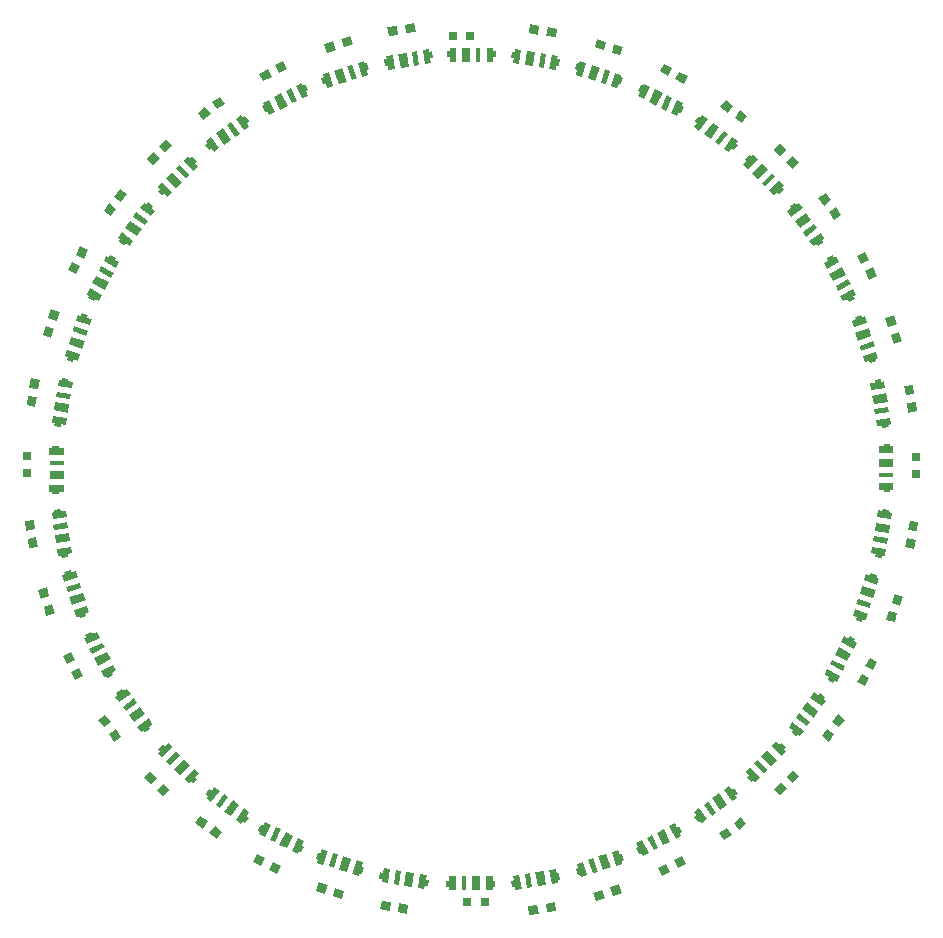
<source format=gbr>
G04 #@! TF.GenerationSoftware,KiCad,Pcbnew,(5.1.5)-3*
G04 #@! TF.CreationDate,2020-06-24T07:37:59+02:00*
G04 #@! TF.ProjectId,Ring80,52696e67-3830-42e6-9b69-6361645f7063,V0.1*
G04 #@! TF.SameCoordinates,Original*
G04 #@! TF.FileFunction,Paste,Top*
G04 #@! TF.FilePolarity,Positive*
%FSLAX46Y46*%
G04 Gerber Fmt 4.6, Leading zero omitted, Abs format (unit mm)*
G04 Created by KiCad (PCBNEW (5.1.5)-3) date 2020-06-24 07:37:59*
%MOMM*%
%LPD*%
G04 APERTURE LIST*
%ADD10C,0.100000*%
%ADD11R,1.200000X0.450000*%
%ADD12R,1.200000X0.700000*%
%ADD13R,0.450000X1.200000*%
%ADD14R,0.700000X1.200000*%
%ADD15R,0.750000X0.800000*%
%ADD16R,0.800000X0.750000*%
G04 APERTURE END LIST*
D10*
G36*
X125479106Y-149317263D02*
G01*
X124872344Y-148876424D01*
X125342572Y-148229211D01*
X125949334Y-148670050D01*
X125479106Y-149317263D01*
G37*
G36*
X124597428Y-150530789D02*
G01*
X123990666Y-150089950D01*
X124460894Y-149442737D01*
X125067656Y-149883576D01*
X124597428Y-150530789D01*
G37*
G36*
X63612344Y-149903576D02*
G01*
X64219106Y-149462737D01*
X64689334Y-150109950D01*
X64082572Y-150550789D01*
X63612344Y-149903576D01*
G37*
G36*
X62730666Y-148690050D02*
G01*
X63337428Y-148249211D01*
X63807656Y-148896424D01*
X63200894Y-149337263D01*
X62730666Y-148690050D01*
G37*
G36*
X87843942Y-93564246D02*
G01*
X87300713Y-93650284D01*
X87238140Y-93255209D01*
X87015910Y-93290407D01*
X86929871Y-92747178D01*
X87152101Y-92711981D01*
X87112992Y-92465058D01*
X87656221Y-92379020D01*
X87843942Y-93564246D01*
G37*
G36*
X88337787Y-93486028D02*
G01*
X88150065Y-92300802D01*
X88841447Y-92191298D01*
X89029169Y-93376524D01*
X88337787Y-93486028D01*
G37*
G36*
X90781856Y-92137084D02*
G01*
X91004086Y-92101886D01*
X91090125Y-92645114D01*
X90867895Y-92680312D01*
X90930469Y-93075388D01*
X90387240Y-93161426D01*
X90199519Y-91976200D01*
X90742748Y-91890162D01*
X90781856Y-92137084D01*
G37*
G36*
X89473628Y-93306129D02*
G01*
X89285906Y-92120903D01*
X89730366Y-92050507D01*
X89918088Y-93235733D01*
X89473628Y-93306129D01*
G37*
G36*
X61721966Y-116181211D02*
G01*
X60580698Y-115810391D01*
X60719756Y-115382415D01*
X61861024Y-115753235D01*
X61721966Y-116181211D01*
G37*
G36*
X61274263Y-114484837D02*
G01*
X61343792Y-114270849D01*
X61866873Y-114440808D01*
X61797344Y-114654796D01*
X62177767Y-114778403D01*
X62007807Y-115301484D01*
X60866539Y-114930663D01*
X61036499Y-114407582D01*
X61274263Y-114484837D01*
G37*
G36*
X61366597Y-117274926D02*
G01*
X60225329Y-116904106D01*
X60441641Y-116238366D01*
X61582909Y-116609186D01*
X61366597Y-117274926D01*
G37*
G36*
X61212089Y-117750455D02*
G01*
X61042129Y-118273536D01*
X60661707Y-118149929D01*
X60592178Y-118363917D01*
X60069097Y-118193957D01*
X60138626Y-117979970D01*
X59900861Y-117902715D01*
X60070821Y-117379634D01*
X61212089Y-117750455D01*
G37*
G36*
X118906637Y-103215165D02*
G01*
X119755165Y-102366637D01*
X120073363Y-102684835D01*
X119224835Y-103533363D01*
X118906637Y-103215165D01*
G37*
G36*
X120621372Y-103586397D02*
G01*
X120780471Y-103745496D01*
X120391562Y-104134405D01*
X120232463Y-103975306D01*
X119949620Y-104258148D01*
X119560712Y-103869240D01*
X120409240Y-103020712D01*
X120798148Y-103409620D01*
X120621372Y-103586397D01*
G37*
G36*
X118093465Y-102401993D02*
G01*
X118941993Y-101553465D01*
X119436967Y-102048439D01*
X118588439Y-102896967D01*
X118093465Y-102401993D01*
G37*
G36*
X117739911Y-102048439D02*
G01*
X117351003Y-101659531D01*
X117633845Y-101376688D01*
X117474746Y-101217589D01*
X117863655Y-100828680D01*
X118022754Y-100987779D01*
X118199531Y-100811003D01*
X118588439Y-101199911D01*
X117739911Y-102048439D01*
G37*
G36*
X84199609Y-94509302D02*
G01*
X83828789Y-93368034D01*
X84256765Y-93228976D01*
X84627585Y-94370244D01*
X84199609Y-94509302D01*
G37*
G36*
X85308852Y-93149998D02*
G01*
X85522839Y-93080469D01*
X85692799Y-93603550D01*
X85478811Y-93673079D01*
X85602418Y-94053501D01*
X85079337Y-94223461D01*
X84708516Y-93082193D01*
X85231597Y-92912233D01*
X85308852Y-93149998D01*
G37*
G36*
X83105894Y-94864671D02*
G01*
X82735074Y-93723403D01*
X83400814Y-93507091D01*
X83771634Y-94648359D01*
X83105894Y-94864671D01*
G37*
G36*
X82630366Y-95019179D02*
G01*
X82107285Y-95189139D01*
X81983678Y-94808716D01*
X81769690Y-94878245D01*
X81599731Y-94355164D01*
X81813719Y-94285635D01*
X81736464Y-94047871D01*
X82259545Y-93877911D01*
X82630366Y-95019179D01*
G37*
G36*
X79171072Y-96501658D02*
G01*
X78626283Y-95432450D01*
X79027236Y-95228154D01*
X79572025Y-96297362D01*
X79171072Y-96501658D01*
G37*
G36*
X80054016Y-94985565D02*
G01*
X80254493Y-94883417D01*
X80504187Y-95373471D01*
X80303711Y-95475619D01*
X80485307Y-95832022D01*
X79995254Y-96081716D01*
X79450465Y-95012508D01*
X79940518Y-94762814D01*
X80054016Y-94985565D01*
G37*
G36*
X78146415Y-97023747D02*
G01*
X77601626Y-95954539D01*
X78225331Y-95636745D01*
X78770120Y-96705953D01*
X78146415Y-97023747D01*
G37*
G36*
X77700911Y-97250743D02*
G01*
X77210858Y-97500437D01*
X77029261Y-97144035D01*
X76828785Y-97246183D01*
X76579090Y-96756129D01*
X76779567Y-96653981D01*
X76666069Y-96431229D01*
X77156122Y-96181535D01*
X77700911Y-97250743D01*
G37*
G36*
X74339884Y-99325183D02*
G01*
X73634542Y-98354362D01*
X73998600Y-98089859D01*
X74703942Y-99060680D01*
X74339884Y-99325183D01*
G37*
G36*
X74974789Y-97689633D02*
G01*
X75156818Y-97557381D01*
X75480100Y-98002341D01*
X75298071Y-98134592D01*
X75533185Y-98458199D01*
X75088225Y-98781481D01*
X74382883Y-97810661D01*
X74827843Y-97487379D01*
X74974789Y-97689633D01*
G37*
G36*
X73409515Y-100001135D02*
G01*
X72704173Y-99030315D01*
X73270485Y-98618865D01*
X73975827Y-99589685D01*
X73409515Y-100001135D01*
G37*
G36*
X73005007Y-100295028D02*
G01*
X72560047Y-100618310D01*
X72324933Y-100294703D01*
X72142905Y-100426955D01*
X71819623Y-99981996D01*
X72001651Y-99849744D01*
X71854705Y-99647490D01*
X72299665Y-99324208D01*
X73005007Y-100295028D01*
G37*
G36*
X70174784Y-102843744D02*
G01*
X69326256Y-101995216D01*
X69644454Y-101677018D01*
X70492982Y-102525546D01*
X70174784Y-102843744D01*
G37*
G36*
X70546016Y-101129009D02*
G01*
X70705115Y-100969910D01*
X71094024Y-101358819D01*
X70934925Y-101517918D01*
X71217767Y-101800761D01*
X70828859Y-102189669D01*
X69980331Y-101341141D01*
X70369239Y-100952233D01*
X70546016Y-101129009D01*
G37*
G36*
X69361612Y-103656916D02*
G01*
X68513084Y-102808388D01*
X69008058Y-102313414D01*
X69856586Y-103161942D01*
X69361612Y-103656916D01*
G37*
G36*
X69008058Y-104010470D02*
G01*
X68619150Y-104399378D01*
X68336307Y-104116536D01*
X68177208Y-104275635D01*
X67788299Y-103886726D01*
X67947398Y-103727627D01*
X67770622Y-103550850D01*
X68159530Y-103161942D01*
X69008058Y-104010470D01*
G37*
G36*
X66685219Y-106798839D02*
G01*
X65714398Y-106093497D01*
X65978901Y-105729439D01*
X66949722Y-106434781D01*
X66685219Y-106798839D01*
G37*
G36*
X66783636Y-105047142D02*
G01*
X66915888Y-104865114D01*
X67360847Y-105188396D01*
X67228595Y-105370424D01*
X67552202Y-105605538D01*
X67228920Y-106050498D01*
X66258100Y-105345156D01*
X66581382Y-104900196D01*
X66783636Y-105047142D01*
G37*
G36*
X66009266Y-107729208D02*
G01*
X65038446Y-107023866D01*
X65449896Y-106457554D01*
X66420716Y-107162896D01*
X66009266Y-107729208D01*
G37*
G36*
X65715373Y-108133716D02*
G01*
X65392091Y-108578676D01*
X65068484Y-108343562D01*
X64936233Y-108525591D01*
X64491273Y-108202309D01*
X64623525Y-108020280D01*
X64421271Y-107873334D01*
X64744553Y-107428374D01*
X65715373Y-108133716D01*
G37*
G36*
X63837550Y-111243717D02*
G01*
X62768342Y-110698928D01*
X62972638Y-110297975D01*
X64041846Y-110842764D01*
X63837550Y-111243717D01*
G37*
G36*
X63660730Y-109498191D02*
G01*
X63762878Y-109297714D01*
X64252932Y-109547409D01*
X64150784Y-109747885D01*
X64507186Y-109929482D01*
X64257492Y-110419535D01*
X63188284Y-109874746D01*
X63437978Y-109384693D01*
X63660730Y-109498191D01*
G37*
G36*
X63315461Y-112268374D02*
G01*
X62246253Y-111723585D01*
X62564047Y-111099880D01*
X63633255Y-111644669D01*
X63315461Y-112268374D01*
G37*
G36*
X63088465Y-112713878D02*
G01*
X62838771Y-113203931D01*
X62482368Y-113022335D01*
X62380220Y-113222811D01*
X61890166Y-112973117D01*
X61992314Y-112772640D01*
X61769563Y-112659142D01*
X62019257Y-112169089D01*
X63088465Y-112713878D01*
G37*
G36*
X60339097Y-121534094D02*
G01*
X59153871Y-121346372D01*
X59224267Y-120901912D01*
X60409493Y-121089634D01*
X60339097Y-121534094D01*
G37*
G36*
X59631535Y-119928640D02*
G01*
X59666732Y-119706410D01*
X60209961Y-119792449D01*
X60174763Y-120014679D01*
X60569838Y-120077252D01*
X60483800Y-120620481D01*
X59298574Y-120432760D01*
X59384612Y-119889531D01*
X59631535Y-119928640D01*
G37*
G36*
X60159198Y-122669935D02*
G01*
X58973972Y-122482213D01*
X59083476Y-121790831D01*
X60268702Y-121978553D01*
X60159198Y-122669935D01*
G37*
G36*
X60080980Y-123163779D02*
G01*
X59994942Y-123707008D01*
X59599866Y-123644434D01*
X59564668Y-123866664D01*
X59021440Y-123780625D01*
X59056638Y-123558395D01*
X58809716Y-123519287D01*
X58895754Y-122976058D01*
X60080980Y-123163779D01*
G37*
D11*
X59210000Y-126950000D03*
D10*
G36*
X58860000Y-125700000D02*
G01*
X58860000Y-125475000D01*
X59410000Y-125475000D01*
X59410000Y-125700000D01*
X59810000Y-125700000D01*
X59810000Y-126250000D01*
X58610000Y-126250000D01*
X58610000Y-125700000D01*
X58860000Y-125700000D01*
G37*
D12*
X59210000Y-127975000D03*
D10*
G36*
X59810000Y-128825000D02*
G01*
X59810000Y-129375000D01*
X59410000Y-129375000D01*
X59410000Y-129600000D01*
X58860000Y-129600000D01*
X58860000Y-129375000D01*
X58610000Y-129375000D01*
X58610000Y-128825000D01*
X59810000Y-128825000D01*
G37*
G36*
X60206129Y-132426372D02*
G01*
X59020903Y-132614094D01*
X58950507Y-132169634D01*
X60135733Y-131981912D01*
X60206129Y-132426372D01*
G37*
G36*
X59037084Y-131118144D02*
G01*
X59001886Y-130895914D01*
X59545114Y-130809875D01*
X59580312Y-131032105D01*
X59975388Y-130969531D01*
X60061426Y-131512760D01*
X58876200Y-131700481D01*
X58790162Y-131157252D01*
X59037084Y-131118144D01*
G37*
G36*
X60386028Y-133562213D02*
G01*
X59200802Y-133749935D01*
X59091298Y-133058553D01*
X60276524Y-132870831D01*
X60386028Y-133562213D01*
G37*
G36*
X60464246Y-134056058D02*
G01*
X60550284Y-134599287D01*
X60155209Y-134661860D01*
X60190407Y-134884090D01*
X59647178Y-134970129D01*
X59611981Y-134747899D01*
X59365058Y-134787008D01*
X59279020Y-134243779D01*
X60464246Y-134056058D01*
G37*
G36*
X61309302Y-137490391D02*
G01*
X60168034Y-137861211D01*
X60028976Y-137433235D01*
X61170244Y-137062415D01*
X61309302Y-137490391D01*
G37*
G36*
X59949998Y-136381148D02*
G01*
X59880469Y-136167161D01*
X60403550Y-135997201D01*
X60473079Y-136211189D01*
X60853501Y-136087582D01*
X61023461Y-136610663D01*
X59882193Y-136981484D01*
X59712233Y-136458403D01*
X59949998Y-136381148D01*
G37*
G36*
X61664671Y-138584106D02*
G01*
X60523403Y-138954926D01*
X60307091Y-138289186D01*
X61448359Y-137918366D01*
X61664671Y-138584106D01*
G37*
G36*
X61819179Y-139059634D02*
G01*
X61989139Y-139582715D01*
X61608716Y-139706322D01*
X61678245Y-139920310D01*
X61155164Y-140090269D01*
X61085635Y-139876281D01*
X60847871Y-139953536D01*
X60677911Y-139430455D01*
X61819179Y-139059634D01*
G37*
G36*
X63271658Y-142548928D02*
G01*
X62202450Y-143093717D01*
X61998154Y-142692764D01*
X63067362Y-142147975D01*
X63271658Y-142548928D01*
G37*
G36*
X61755565Y-141665984D02*
G01*
X61653417Y-141465507D01*
X62143471Y-141215813D01*
X62245619Y-141416289D01*
X62602022Y-141234693D01*
X62851716Y-141724746D01*
X61782508Y-142269535D01*
X61532814Y-141779482D01*
X61755565Y-141665984D01*
G37*
G36*
X63793747Y-143573585D02*
G01*
X62724539Y-144118374D01*
X62406745Y-143494669D01*
X63475953Y-142949880D01*
X63793747Y-143573585D01*
G37*
G36*
X64020743Y-144019089D02*
G01*
X64270437Y-144509142D01*
X63914035Y-144690739D01*
X64016183Y-144891215D01*
X63526129Y-145140910D01*
X63423981Y-144940433D01*
X63201229Y-145053931D01*
X62951535Y-144563878D01*
X64020743Y-144019089D01*
G37*
G36*
X66037662Y-147239358D02*
G01*
X65066841Y-147944700D01*
X64802338Y-147580642D01*
X65773159Y-146875300D01*
X66037662Y-147239358D01*
G37*
G36*
X64402112Y-146604453D02*
G01*
X64269860Y-146422424D01*
X64714820Y-146099142D01*
X64847071Y-146281171D01*
X65170678Y-146046057D01*
X65493960Y-146491017D01*
X64523140Y-147196359D01*
X64199858Y-146751399D01*
X64402112Y-146604453D01*
G37*
G36*
X66713614Y-148169727D02*
G01*
X65742794Y-148875069D01*
X65331344Y-148308757D01*
X66302164Y-147603415D01*
X66713614Y-148169727D01*
G37*
G36*
X67007507Y-148574235D02*
G01*
X67330789Y-149019195D01*
X67007182Y-149254309D01*
X67139434Y-149436337D01*
X66694475Y-149759619D01*
X66562223Y-149577591D01*
X66359969Y-149724537D01*
X66036687Y-149279577D01*
X67007507Y-148574235D01*
G37*
G36*
X69683363Y-151664835D02*
G01*
X68834835Y-152513363D01*
X68516637Y-152195165D01*
X69365165Y-151346637D01*
X69683363Y-151664835D01*
G37*
G36*
X67968628Y-151293603D02*
G01*
X67809529Y-151134504D01*
X68198438Y-150745595D01*
X68357537Y-150904694D01*
X68640380Y-150621852D01*
X69029288Y-151010760D01*
X68180760Y-151859288D01*
X67791852Y-151470380D01*
X67968628Y-151293603D01*
G37*
G36*
X70496535Y-152478007D02*
G01*
X69648007Y-153326535D01*
X69153033Y-152831561D01*
X70001561Y-151983033D01*
X70496535Y-152478007D01*
G37*
G36*
X70850089Y-152831561D02*
G01*
X71238997Y-153220469D01*
X70956155Y-153503312D01*
X71115254Y-153662411D01*
X70726345Y-154051320D01*
X70567246Y-153892221D01*
X70390469Y-154068997D01*
X70001561Y-153680089D01*
X70850089Y-152831561D01*
G37*
G36*
X73758839Y-155224781D02*
G01*
X73053497Y-156195602D01*
X72689439Y-155931099D01*
X73394781Y-154960278D01*
X73758839Y-155224781D01*
G37*
G36*
X72007142Y-155126364D02*
G01*
X71825114Y-154994112D01*
X72148396Y-154549153D01*
X72330424Y-154681405D01*
X72565538Y-154357798D01*
X73010498Y-154681080D01*
X72305156Y-155651900D01*
X71860196Y-155328618D01*
X72007142Y-155126364D01*
G37*
G36*
X74689208Y-155900734D02*
G01*
X73983866Y-156871554D01*
X73417554Y-156460104D01*
X74122896Y-155489284D01*
X74689208Y-155900734D01*
G37*
G36*
X75093716Y-156194627D02*
G01*
X75538676Y-156517909D01*
X75303562Y-156841516D01*
X75485591Y-156973767D01*
X75162309Y-157418727D01*
X74980280Y-157286475D01*
X74833334Y-157488729D01*
X74388374Y-157165447D01*
X75093716Y-156194627D01*
G37*
G36*
X78213717Y-157972450D02*
G01*
X77668928Y-159041658D01*
X77267975Y-158837362D01*
X77812764Y-157768154D01*
X78213717Y-157972450D01*
G37*
G36*
X76468191Y-158149270D02*
G01*
X76267714Y-158047122D01*
X76517409Y-157557068D01*
X76717885Y-157659216D01*
X76899482Y-157302814D01*
X77389535Y-157552508D01*
X76844746Y-158621716D01*
X76354693Y-158372022D01*
X76468191Y-158149270D01*
G37*
G36*
X79238374Y-158494539D02*
G01*
X78693585Y-159563747D01*
X78069880Y-159245953D01*
X78614669Y-158176745D01*
X79238374Y-158494539D01*
G37*
G36*
X79683878Y-158721535D02*
G01*
X80173931Y-158971229D01*
X79992335Y-159327632D01*
X80192811Y-159429780D01*
X79943117Y-159919834D01*
X79742640Y-159817686D01*
X79629142Y-160040437D01*
X79139089Y-159790743D01*
X79683878Y-158721535D01*
G37*
G36*
X83061211Y-160088034D02*
G01*
X82690391Y-161229302D01*
X82262415Y-161090244D01*
X82633235Y-159948976D01*
X83061211Y-160088034D01*
G37*
G36*
X81364837Y-160535737D02*
G01*
X81150849Y-160466208D01*
X81320808Y-159943127D01*
X81534796Y-160012656D01*
X81658403Y-159632233D01*
X82181484Y-159802193D01*
X81810663Y-160943461D01*
X81287582Y-160773501D01*
X81364837Y-160535737D01*
G37*
G36*
X84154926Y-160443403D02*
G01*
X83784106Y-161584671D01*
X83118366Y-161368359D01*
X83489186Y-160227091D01*
X84154926Y-160443403D01*
G37*
G36*
X84630455Y-160597911D02*
G01*
X85153536Y-160767871D01*
X85029929Y-161148293D01*
X85243917Y-161217822D01*
X85073957Y-161740903D01*
X84859970Y-161671374D01*
X84782715Y-161909139D01*
X84259634Y-161739179D01*
X84630455Y-160597911D01*
G37*
G36*
X88374094Y-161470903D02*
G01*
X88186372Y-162656129D01*
X87741912Y-162585733D01*
X87929634Y-161400507D01*
X88374094Y-161470903D01*
G37*
G36*
X86768640Y-162178465D02*
G01*
X86546410Y-162143268D01*
X86632449Y-161600039D01*
X86854679Y-161635237D01*
X86917252Y-161240162D01*
X87460481Y-161326200D01*
X87272760Y-162511426D01*
X86729531Y-162425388D01*
X86768640Y-162178465D01*
G37*
G36*
X89509935Y-161650802D02*
G01*
X89322213Y-162836028D01*
X88630831Y-162726524D01*
X88818553Y-161541298D01*
X89509935Y-161650802D01*
G37*
G36*
X90003779Y-161729020D02*
G01*
X90547008Y-161815058D01*
X90484434Y-162210134D01*
X90706664Y-162245332D01*
X90620625Y-162788560D01*
X90398395Y-162753362D01*
X90359287Y-163000284D01*
X89816058Y-162914246D01*
X90003779Y-161729020D01*
G37*
D13*
X93698000Y-162516000D03*
D10*
G36*
X92448000Y-162866000D02*
G01*
X92223000Y-162866000D01*
X92223000Y-162316000D01*
X92448000Y-162316000D01*
X92448000Y-161916000D01*
X92998000Y-161916000D01*
X92998000Y-163116000D01*
X92448000Y-163116000D01*
X92448000Y-162866000D01*
G37*
D14*
X94723000Y-162516000D03*
D10*
G36*
X95573000Y-161916000D02*
G01*
X96123000Y-161916000D01*
X96123000Y-162316000D01*
X96348000Y-162316000D01*
X96348000Y-162866000D01*
X96123000Y-162866000D01*
X96123000Y-163116000D01*
X95573000Y-163116000D01*
X95573000Y-161916000D01*
G37*
G36*
X99308369Y-161662189D02*
G01*
X99496091Y-162847415D01*
X99051631Y-162917811D01*
X98863909Y-161732585D01*
X99308369Y-161662189D01*
G37*
G36*
X98000141Y-162831234D02*
G01*
X97777911Y-162866432D01*
X97691872Y-162323204D01*
X97914102Y-162288006D01*
X97851528Y-161892930D01*
X98394757Y-161806892D01*
X98582478Y-162992118D01*
X98039249Y-163078156D01*
X98000141Y-162831234D01*
G37*
G36*
X100444210Y-161482290D02*
G01*
X100631932Y-162667516D01*
X99940550Y-162777020D01*
X99752828Y-161591794D01*
X100444210Y-161482290D01*
G37*
G36*
X100938055Y-161404072D02*
G01*
X101481284Y-161318034D01*
X101543857Y-161713109D01*
X101766087Y-161677911D01*
X101852126Y-162221140D01*
X101629896Y-162256337D01*
X101669005Y-162503260D01*
X101125776Y-162589298D01*
X100938055Y-161404072D01*
G37*
G36*
X104658578Y-160399837D02*
G01*
X105029398Y-161541105D01*
X104601422Y-161680163D01*
X104230602Y-160538895D01*
X104658578Y-160399837D01*
G37*
G36*
X103549335Y-161759141D02*
G01*
X103335348Y-161828670D01*
X103165388Y-161305589D01*
X103379376Y-161236060D01*
X103255769Y-160855638D01*
X103778850Y-160685678D01*
X104149671Y-161826946D01*
X103626590Y-161996906D01*
X103549335Y-161759141D01*
G37*
G36*
X105752293Y-160044468D02*
G01*
X106123113Y-161185736D01*
X105457373Y-161402048D01*
X105086553Y-160260780D01*
X105752293Y-160044468D01*
G37*
G36*
X106227821Y-159889960D02*
G01*
X106750902Y-159720000D01*
X106874509Y-160100423D01*
X107088497Y-160030894D01*
X107258456Y-160553975D01*
X107044468Y-160623504D01*
X107121723Y-160861268D01*
X106598642Y-161031228D01*
X106227821Y-159889960D01*
G37*
G36*
X109608928Y-158448342D02*
G01*
X110153717Y-159517550D01*
X109752764Y-159721846D01*
X109207975Y-158652638D01*
X109608928Y-158448342D01*
G37*
G36*
X108725984Y-159964435D02*
G01*
X108525507Y-160066583D01*
X108275813Y-159576529D01*
X108476289Y-159474381D01*
X108294693Y-159117978D01*
X108784746Y-158868284D01*
X109329535Y-159937492D01*
X108839482Y-160187186D01*
X108725984Y-159964435D01*
G37*
G36*
X110633585Y-157926253D02*
G01*
X111178374Y-158995461D01*
X110554669Y-159313255D01*
X110009880Y-158244047D01*
X110633585Y-157926253D01*
G37*
G36*
X111079089Y-157699257D02*
G01*
X111569142Y-157449563D01*
X111750739Y-157805965D01*
X111951215Y-157703817D01*
X112200910Y-158193871D01*
X112000433Y-158296019D01*
X112113931Y-158518771D01*
X111623878Y-158768465D01*
X111079089Y-157699257D01*
G37*
G36*
X114353497Y-155594398D02*
G01*
X115058839Y-156565219D01*
X114694781Y-156829722D01*
X113989439Y-155858901D01*
X114353497Y-155594398D01*
G37*
G36*
X113718592Y-157229948D02*
G01*
X113536563Y-157362200D01*
X113213281Y-156917240D01*
X113395310Y-156784989D01*
X113160196Y-156461382D01*
X113605156Y-156138100D01*
X114310498Y-157108920D01*
X113865538Y-157432202D01*
X113718592Y-157229948D01*
G37*
G36*
X115283866Y-154918446D02*
G01*
X115989208Y-155889266D01*
X115422896Y-156300716D01*
X114717554Y-155329896D01*
X115283866Y-154918446D01*
G37*
G36*
X115688374Y-154624553D02*
G01*
X116133334Y-154301271D01*
X116368448Y-154624878D01*
X116550476Y-154492626D01*
X116873758Y-154937585D01*
X116691730Y-155069837D01*
X116838676Y-155272091D01*
X116393716Y-155595373D01*
X115688374Y-154624553D01*
G37*
G36*
X118574835Y-152066637D02*
G01*
X119423363Y-152915165D01*
X119105165Y-153233363D01*
X118256637Y-152384835D01*
X118574835Y-152066637D01*
G37*
G36*
X118203603Y-153781372D02*
G01*
X118044504Y-153940471D01*
X117655595Y-153551562D01*
X117814694Y-153392463D01*
X117531852Y-153109620D01*
X117920760Y-152720712D01*
X118769288Y-153569240D01*
X118380380Y-153958148D01*
X118203603Y-153781372D01*
G37*
G36*
X119388007Y-151253465D02*
G01*
X120236535Y-152101993D01*
X119741561Y-152596967D01*
X118893033Y-151748439D01*
X119388007Y-151253465D01*
G37*
G36*
X119741561Y-150899911D02*
G01*
X120130469Y-150511003D01*
X120413312Y-150793845D01*
X120572411Y-150634746D01*
X120961320Y-151023655D01*
X120802221Y-151182754D01*
X120978997Y-151359531D01*
X120590089Y-151748439D01*
X119741561Y-150899911D01*
G37*
G36*
X122064781Y-148151161D02*
G01*
X123035602Y-148856503D01*
X122771099Y-149220561D01*
X121800278Y-148515219D01*
X122064781Y-148151161D01*
G37*
G36*
X121966364Y-149902858D02*
G01*
X121834112Y-150084886D01*
X121389153Y-149761604D01*
X121521405Y-149579576D01*
X121197798Y-149344462D01*
X121521080Y-148899502D01*
X122491900Y-149604844D01*
X122168618Y-150049804D01*
X121966364Y-149902858D01*
G37*
G36*
X122740734Y-147220792D02*
G01*
X123711554Y-147926134D01*
X123300104Y-148492446D01*
X122329284Y-147787104D01*
X122740734Y-147220792D01*
G37*
G36*
X123034627Y-146816284D02*
G01*
X123357909Y-146371324D01*
X123681516Y-146606438D01*
X123813767Y-146424409D01*
X124258727Y-146747691D01*
X124126475Y-146929720D01*
X124328729Y-147076666D01*
X124005447Y-147521626D01*
X123034627Y-146816284D01*
G37*
G36*
X124902450Y-143586283D02*
G01*
X125971658Y-144131072D01*
X125767362Y-144532025D01*
X124698154Y-143987236D01*
X124902450Y-143586283D01*
G37*
G36*
X125079270Y-145331809D02*
G01*
X124977122Y-145532286D01*
X124487068Y-145282591D01*
X124589216Y-145082115D01*
X124232814Y-144900518D01*
X124482508Y-144410465D01*
X125551716Y-144955254D01*
X125302022Y-145445307D01*
X125079270Y-145331809D01*
G37*
G36*
X125424539Y-142561626D02*
G01*
X126493747Y-143106415D01*
X126175953Y-143730120D01*
X125106745Y-143185331D01*
X125424539Y-142561626D01*
G37*
G36*
X125651535Y-142116122D02*
G01*
X125901229Y-141626069D01*
X126257632Y-141807665D01*
X126359780Y-141607189D01*
X126849834Y-141856883D01*
X126747686Y-142057360D01*
X126970437Y-142170858D01*
X126720743Y-142660911D01*
X125651535Y-142116122D01*
G37*
G36*
X127058895Y-138460602D02*
G01*
X128200163Y-138831422D01*
X128061105Y-139259398D01*
X126919837Y-138888578D01*
X127058895Y-138460602D01*
G37*
G36*
X127506598Y-140156976D02*
G01*
X127437069Y-140370964D01*
X126913988Y-140201005D01*
X126983517Y-139987017D01*
X126603094Y-139863410D01*
X126773054Y-139340329D01*
X127914322Y-139711150D01*
X127744362Y-140234231D01*
X127506598Y-140156976D01*
G37*
G36*
X127414264Y-137366887D02*
G01*
X128555532Y-137737707D01*
X128339220Y-138403447D01*
X127197952Y-138032627D01*
X127414264Y-137366887D01*
G37*
G36*
X127568772Y-136891358D02*
G01*
X127738732Y-136368277D01*
X128119154Y-136491884D01*
X128188683Y-136277896D01*
X128711764Y-136447856D01*
X128642235Y-136661843D01*
X128880000Y-136739098D01*
X128710040Y-137262179D01*
X127568772Y-136891358D01*
G37*
G36*
X128400903Y-133135906D02*
G01*
X129586129Y-133323628D01*
X129515733Y-133768088D01*
X128330507Y-133580366D01*
X128400903Y-133135906D01*
G37*
G36*
X129108465Y-134741360D02*
G01*
X129073268Y-134963590D01*
X128530039Y-134877551D01*
X128565237Y-134655321D01*
X128170162Y-134592748D01*
X128256200Y-134049519D01*
X129441426Y-134237240D01*
X129355388Y-134780469D01*
X129108465Y-134741360D01*
G37*
G36*
X128580802Y-132000065D02*
G01*
X129766028Y-132187787D01*
X129656524Y-132879169D01*
X128471298Y-132691447D01*
X128580802Y-132000065D01*
G37*
G36*
X128659020Y-131506221D02*
G01*
X128745058Y-130962992D01*
X129140134Y-131025566D01*
X129175332Y-130803336D01*
X129718560Y-130889375D01*
X129683362Y-131111605D01*
X129930284Y-131150713D01*
X129844246Y-131693942D01*
X128659020Y-131506221D01*
G37*
D11*
X129450000Y-127960000D03*
D10*
G36*
X129800000Y-129210000D02*
G01*
X129800000Y-129435000D01*
X129250000Y-129435000D01*
X129250000Y-129210000D01*
X128850000Y-129210000D01*
X128850000Y-128660000D01*
X130050000Y-128660000D01*
X130050000Y-129210000D01*
X129800000Y-129210000D01*
G37*
D12*
X129450000Y-126935000D03*
D10*
G36*
X128850000Y-126085000D02*
G01*
X128850000Y-125535000D01*
X129250000Y-125535000D01*
X129250000Y-125310000D01*
X129800000Y-125310000D01*
X129800000Y-125535000D01*
X130050000Y-125535000D01*
X130050000Y-126085000D01*
X128850000Y-126085000D01*
G37*
G36*
X128453871Y-122383628D02*
G01*
X129639097Y-122195906D01*
X129709493Y-122640366D01*
X128524267Y-122828088D01*
X128453871Y-122383628D01*
G37*
G36*
X129622916Y-123691856D02*
G01*
X129658114Y-123914086D01*
X129114886Y-124000125D01*
X129079688Y-123777895D01*
X128684612Y-123840469D01*
X128598574Y-123297240D01*
X129783800Y-123109519D01*
X129869838Y-123652748D01*
X129622916Y-123691856D01*
G37*
G36*
X128273972Y-121247787D02*
G01*
X129459198Y-121060065D01*
X129568702Y-121751447D01*
X128383476Y-121939169D01*
X128273972Y-121247787D01*
G37*
G36*
X128195754Y-120753942D02*
G01*
X128109716Y-120210713D01*
X128504791Y-120148140D01*
X128469593Y-119925910D01*
X129012822Y-119839871D01*
X129048019Y-120062101D01*
X129294942Y-120022992D01*
X129380980Y-120566221D01*
X128195754Y-120753942D01*
G37*
G36*
X127199837Y-117001422D02*
G01*
X128341105Y-116630602D01*
X128480163Y-117058578D01*
X127338895Y-117429398D01*
X127199837Y-117001422D01*
G37*
G36*
X128559141Y-118110665D02*
G01*
X128628670Y-118324652D01*
X128105589Y-118494612D01*
X128036060Y-118280624D01*
X127655638Y-118404231D01*
X127485678Y-117881150D01*
X128626946Y-117510329D01*
X128796906Y-118033410D01*
X128559141Y-118110665D01*
G37*
G36*
X126844468Y-115907707D02*
G01*
X127985736Y-115536887D01*
X128202048Y-116202627D01*
X127060780Y-116573447D01*
X126844468Y-115907707D01*
G37*
G36*
X126689960Y-115432179D02*
G01*
X126520000Y-114909098D01*
X126900423Y-114785491D01*
X126830894Y-114571503D01*
X127353975Y-114401544D01*
X127423504Y-114615532D01*
X127661268Y-114538277D01*
X127831228Y-115061358D01*
X126689960Y-115432179D01*
G37*
G36*
X125163248Y-111951918D02*
G01*
X126232456Y-111407129D01*
X126436752Y-111808082D01*
X125367544Y-112352871D01*
X125163248Y-111951918D01*
G37*
G36*
X126679341Y-112834862D02*
G01*
X126781489Y-113035339D01*
X126291435Y-113285033D01*
X126189287Y-113084557D01*
X125832884Y-113266153D01*
X125583190Y-112776100D01*
X126652398Y-112231311D01*
X126902092Y-112721364D01*
X126679341Y-112834862D01*
G37*
G36*
X124641159Y-110927261D02*
G01*
X125710367Y-110382472D01*
X126028161Y-111006177D01*
X124958953Y-111550966D01*
X124641159Y-110927261D01*
G37*
G36*
X124414163Y-110481757D02*
G01*
X124164469Y-109991704D01*
X124520871Y-109810107D01*
X124418723Y-109609631D01*
X124908777Y-109359936D01*
X125010925Y-109560413D01*
X125233677Y-109446915D01*
X125483371Y-109936968D01*
X124414163Y-110481757D01*
G37*
G36*
X122382338Y-107410642D02*
G01*
X123353159Y-106705300D01*
X123617662Y-107069358D01*
X122646841Y-107774700D01*
X122382338Y-107410642D01*
G37*
G36*
X124017888Y-108045547D02*
G01*
X124150140Y-108227576D01*
X123705180Y-108550858D01*
X123572929Y-108368829D01*
X123249322Y-108603943D01*
X122926040Y-108158983D01*
X123896860Y-107453641D01*
X124220142Y-107898601D01*
X124017888Y-108045547D01*
G37*
G36*
X121706386Y-106480273D02*
G01*
X122677206Y-105774931D01*
X123088656Y-106341243D01*
X122117836Y-107046585D01*
X121706386Y-106480273D01*
G37*
G36*
X121412493Y-106075765D02*
G01*
X121089211Y-105630805D01*
X121412818Y-105395691D01*
X121280566Y-105213663D01*
X121725525Y-104890381D01*
X121857777Y-105072409D01*
X122060031Y-104925463D01*
X122383313Y-105370423D01*
X121412493Y-106075765D01*
G37*
G36*
X114975300Y-99773159D02*
G01*
X115680642Y-98802338D01*
X116044700Y-99066841D01*
X115339358Y-100037662D01*
X114975300Y-99773159D01*
G37*
G36*
X116726997Y-99871576D02*
G01*
X116909025Y-100003828D01*
X116585743Y-100448787D01*
X116403715Y-100316535D01*
X116168601Y-100640142D01*
X115723641Y-100316860D01*
X116428983Y-99346040D01*
X116873943Y-99669322D01*
X116726997Y-99871576D01*
G37*
G36*
X114044931Y-99097206D02*
G01*
X114750273Y-98126386D01*
X115316585Y-98537836D01*
X114611243Y-99508656D01*
X114044931Y-99097206D01*
G37*
G36*
X113640423Y-98803313D02*
G01*
X113195463Y-98480031D01*
X113430577Y-98156424D01*
X113248548Y-98024173D01*
X113571830Y-97579213D01*
X113753859Y-97711465D01*
X113900805Y-97509211D01*
X114345765Y-97832493D01*
X113640423Y-98803313D01*
G37*
G36*
X110386283Y-96897550D02*
G01*
X110931072Y-95828342D01*
X111332025Y-96032638D01*
X110787236Y-97101846D01*
X110386283Y-96897550D01*
G37*
G36*
X112131809Y-96720730D02*
G01*
X112332286Y-96822878D01*
X112082591Y-97312932D01*
X111882115Y-97210784D01*
X111700518Y-97567186D01*
X111210465Y-97317492D01*
X111755254Y-96248284D01*
X112245307Y-96497978D01*
X112131809Y-96720730D01*
G37*
G36*
X109361626Y-96375461D02*
G01*
X109906415Y-95306253D01*
X110530120Y-95624047D01*
X109985331Y-96693255D01*
X109361626Y-96375461D01*
G37*
G36*
X108916122Y-96148465D02*
G01*
X108426069Y-95898771D01*
X108607665Y-95542368D01*
X108407189Y-95440220D01*
X108656883Y-94950166D01*
X108857360Y-95052314D01*
X108970858Y-94829563D01*
X109460911Y-95079257D01*
X108916122Y-96148465D01*
G37*
G36*
X105268789Y-94741966D02*
G01*
X105639609Y-93600698D01*
X106067585Y-93739756D01*
X105696765Y-94881024D01*
X105268789Y-94741966D01*
G37*
G36*
X106965163Y-94294263D02*
G01*
X107179151Y-94363792D01*
X107009192Y-94886873D01*
X106795204Y-94817344D01*
X106671597Y-95197767D01*
X106148516Y-95027807D01*
X106519337Y-93886539D01*
X107042418Y-94056499D01*
X106965163Y-94294263D01*
G37*
G36*
X104175074Y-94386597D02*
G01*
X104545894Y-93245329D01*
X105211634Y-93461641D01*
X104840814Y-94602909D01*
X104175074Y-94386597D01*
G37*
G36*
X103699545Y-94232089D02*
G01*
X103176464Y-94062129D01*
X103300071Y-93681707D01*
X103086083Y-93612178D01*
X103256043Y-93089097D01*
X103470030Y-93158626D01*
X103547285Y-92920861D01*
X104070366Y-93090821D01*
X103699545Y-94232089D01*
G37*
G36*
X88005646Y-89944369D02*
G01*
X88122972Y-90685135D01*
X87332822Y-90810283D01*
X87215496Y-90069517D01*
X88005646Y-89944369D01*
G37*
G36*
X89487178Y-89709717D02*
G01*
X89604504Y-90450483D01*
X88814354Y-90575631D01*
X88697028Y-89834865D01*
X89487178Y-89709717D01*
G37*
G36*
X82651249Y-91251510D02*
G01*
X82883012Y-91964802D01*
X82122167Y-92212016D01*
X81890404Y-91498724D01*
X82651249Y-91251510D01*
G37*
G36*
X84077833Y-90787984D02*
G01*
X84309596Y-91501276D01*
X83548751Y-91748490D01*
X83316988Y-91035198D01*
X84077833Y-90787984D01*
G37*
G36*
X77077901Y-93604769D02*
G01*
X77418394Y-94273024D01*
X76705589Y-94636217D01*
X76365096Y-93967962D01*
X77077901Y-93604769D01*
G37*
G36*
X78414411Y-92923783D02*
G01*
X78754904Y-93592038D01*
X78042099Y-93955231D01*
X77701606Y-93286976D01*
X78414411Y-92923783D01*
G37*
G36*
X71806424Y-96812344D02*
G01*
X72247263Y-97419106D01*
X71600050Y-97889334D01*
X71159211Y-97282572D01*
X71806424Y-96812344D01*
G37*
G36*
X73019950Y-95930666D02*
G01*
X73460789Y-96537428D01*
X72813576Y-97007656D01*
X72372737Y-96400894D01*
X73019950Y-95930666D01*
G37*
G36*
X67407348Y-100612322D02*
G01*
X67937678Y-101142652D01*
X67371992Y-101708338D01*
X66841662Y-101178008D01*
X67407348Y-100612322D01*
G37*
G36*
X68468008Y-99551662D02*
G01*
X68998338Y-100081992D01*
X68432652Y-100647678D01*
X67902322Y-100117348D01*
X68468008Y-99551662D01*
G37*
G36*
X63670894Y-104972737D02*
G01*
X64277656Y-105413576D01*
X63807428Y-106060789D01*
X63200666Y-105619950D01*
X63670894Y-104972737D01*
G37*
G36*
X64552572Y-103759211D02*
G01*
X65159334Y-104200050D01*
X64689106Y-104847263D01*
X64082344Y-104406424D01*
X64552572Y-103759211D01*
G37*
G36*
X60556976Y-109921606D02*
G01*
X61225231Y-110262099D01*
X60862038Y-110974904D01*
X60193783Y-110634411D01*
X60556976Y-109921606D01*
G37*
G36*
X61237962Y-108585096D02*
G01*
X61906217Y-108925589D01*
X61543024Y-109638394D01*
X60874769Y-109297901D01*
X61237962Y-108585096D01*
G37*
G36*
X58285198Y-115366988D02*
G01*
X58998490Y-115598751D01*
X58751276Y-116359596D01*
X58037984Y-116127833D01*
X58285198Y-115366988D01*
G37*
G36*
X58748724Y-113940404D02*
G01*
X59462016Y-114172167D01*
X59214802Y-114933012D01*
X58501510Y-114701249D01*
X58748724Y-113940404D01*
G37*
G36*
X56794865Y-121257028D02*
G01*
X57535631Y-121374354D01*
X57410483Y-122164504D01*
X56669717Y-122047178D01*
X56794865Y-121257028D01*
G37*
G36*
X57029517Y-119775496D02*
G01*
X57770283Y-119892822D01*
X57645135Y-120682972D01*
X56904369Y-120565646D01*
X57029517Y-119775496D01*
G37*
D15*
X56700000Y-127810000D03*
X56700000Y-126310000D03*
D10*
G36*
X56764369Y-133364354D02*
G01*
X57505135Y-133247028D01*
X57630283Y-134037178D01*
X56889517Y-134154504D01*
X56764369Y-133364354D01*
G37*
G36*
X56529717Y-131882822D02*
G01*
X57270483Y-131765496D01*
X57395631Y-132555646D01*
X56654865Y-132672972D01*
X56529717Y-131882822D01*
G37*
G36*
X58111510Y-139118751D02*
G01*
X58824802Y-138886988D01*
X59072016Y-139647833D01*
X58358724Y-139879596D01*
X58111510Y-139118751D01*
G37*
G36*
X57647984Y-137692167D02*
G01*
X58361276Y-137460404D01*
X58608490Y-138221249D01*
X57895198Y-138453012D01*
X57647984Y-137692167D01*
G37*
G36*
X60404769Y-144612099D02*
G01*
X61073024Y-144271606D01*
X61436217Y-144984411D01*
X60767962Y-145324904D01*
X60404769Y-144612099D01*
G37*
G36*
X59723783Y-143275589D02*
G01*
X60392038Y-142935096D01*
X60755231Y-143647901D01*
X60086976Y-143988394D01*
X59723783Y-143275589D01*
G37*
G36*
X67691992Y-154612322D02*
G01*
X68222322Y-154081992D01*
X68788008Y-154647678D01*
X68257678Y-155178008D01*
X67691992Y-154612322D01*
G37*
G36*
X66631332Y-153551662D02*
G01*
X67161662Y-153021332D01*
X67727348Y-153587018D01*
X67197018Y-154117348D01*
X66631332Y-153551662D01*
G37*
G36*
X72152737Y-158309106D02*
G01*
X72593576Y-157702344D01*
X73240789Y-158172572D01*
X72799950Y-158779334D01*
X72152737Y-158309106D01*
G37*
G36*
X70939211Y-157427428D02*
G01*
X71380050Y-156820666D01*
X72027263Y-157290894D01*
X71586424Y-157897656D01*
X70939211Y-157427428D01*
G37*
G36*
X77163351Y-161392531D02*
G01*
X77503844Y-160724276D01*
X78216649Y-161087469D01*
X77876156Y-161755724D01*
X77163351Y-161392531D01*
G37*
G36*
X75826841Y-160711545D02*
G01*
X76167334Y-160043290D01*
X76880139Y-160406483D01*
X76539646Y-161074738D01*
X75826841Y-160711545D01*
G37*
G36*
X82586988Y-163634802D02*
G01*
X82818751Y-162921510D01*
X83579596Y-163168724D01*
X83347833Y-163882016D01*
X82586988Y-163634802D01*
G37*
G36*
X81160404Y-163171276D02*
G01*
X81392167Y-162457984D01*
X82153012Y-162705198D01*
X81921249Y-163418490D01*
X81160404Y-163171276D01*
G37*
G36*
X88097028Y-164965135D02*
G01*
X88214354Y-164224369D01*
X89004504Y-164349517D01*
X88887178Y-165090283D01*
X88097028Y-164965135D01*
G37*
G36*
X86615496Y-164730483D02*
G01*
X86732822Y-163989717D01*
X87522972Y-164114865D01*
X87405646Y-164855631D01*
X86615496Y-164730483D01*
G37*
D16*
X95470000Y-164130000D03*
X93970000Y-164130000D03*
D10*
G36*
X100734354Y-164985631D02*
G01*
X100617028Y-164244865D01*
X101407178Y-164119717D01*
X101524504Y-164860483D01*
X100734354Y-164985631D01*
G37*
G36*
X99252822Y-165220283D02*
G01*
X99135496Y-164479517D01*
X99925646Y-164354369D01*
X100042972Y-165095135D01*
X99252822Y-165220283D01*
G37*
G36*
X106318751Y-163568490D02*
G01*
X106086988Y-162855198D01*
X106847833Y-162607984D01*
X107079596Y-163321276D01*
X106318751Y-163568490D01*
G37*
G36*
X104892167Y-164032016D02*
G01*
X104660404Y-163318724D01*
X105421249Y-163071510D01*
X105653012Y-163784802D01*
X104892167Y-164032016D01*
G37*
G36*
X111812099Y-161225231D02*
G01*
X111471606Y-160556976D01*
X112184411Y-160193783D01*
X112524904Y-160862038D01*
X111812099Y-161225231D01*
G37*
G36*
X110475589Y-161906217D02*
G01*
X110135096Y-161237962D01*
X110847901Y-160874769D01*
X111188394Y-161543024D01*
X110475589Y-161906217D01*
G37*
G36*
X116973576Y-158017656D02*
G01*
X116532737Y-157410894D01*
X117179950Y-156940666D01*
X117620789Y-157547428D01*
X116973576Y-158017656D01*
G37*
G36*
X115760050Y-158899334D02*
G01*
X115319211Y-158292572D01*
X115966424Y-157822344D01*
X116407263Y-158429106D01*
X115760050Y-158899334D01*
G37*
G36*
X121542322Y-154028008D02*
G01*
X121011992Y-153497678D01*
X121577678Y-152931992D01*
X122108008Y-153462322D01*
X121542322Y-154028008D01*
G37*
G36*
X120481662Y-155088668D02*
G01*
X119951332Y-154558338D01*
X120517018Y-153992652D01*
X121047348Y-154522982D01*
X120481662Y-155088668D01*
G37*
G36*
X128353024Y-144488394D02*
G01*
X127684769Y-144147901D01*
X128047962Y-143435096D01*
X128716217Y-143775589D01*
X128353024Y-144488394D01*
G37*
G36*
X127672038Y-145824904D02*
G01*
X127003783Y-145484411D01*
X127366976Y-144771606D01*
X128035231Y-145112099D01*
X127672038Y-145824904D01*
G37*
G36*
X130626565Y-139009720D02*
G01*
X129913273Y-138777957D01*
X130160487Y-138017112D01*
X130873779Y-138248875D01*
X130626565Y-139009720D01*
G37*
G36*
X130163039Y-140436304D02*
G01*
X129449747Y-140204541D01*
X129696961Y-139443696D01*
X130410253Y-139675459D01*
X130163039Y-140436304D01*
G37*
G36*
X132055135Y-132732972D02*
G01*
X131314369Y-132615646D01*
X131439517Y-131825496D01*
X132180283Y-131942822D01*
X132055135Y-132732972D01*
G37*
G36*
X131820483Y-134214504D02*
G01*
X131079717Y-134097178D01*
X131204865Y-133307028D01*
X131945631Y-133424354D01*
X131820483Y-134214504D01*
G37*
D15*
X132010000Y-126410000D03*
X132010000Y-127910000D03*
D10*
G36*
X131845631Y-121095646D02*
G01*
X131104865Y-121212972D01*
X130979717Y-120422822D01*
X131720483Y-120305496D01*
X131845631Y-121095646D01*
G37*
G36*
X132080283Y-122577178D02*
G01*
X131339517Y-122694504D01*
X131214369Y-121904354D01*
X131955135Y-121787028D01*
X132080283Y-122577178D01*
G37*
G36*
X130348490Y-115211249D02*
G01*
X129635198Y-115443012D01*
X129387984Y-114682167D01*
X130101276Y-114450404D01*
X130348490Y-115211249D01*
G37*
G36*
X130812016Y-116637833D02*
G01*
X130098724Y-116869596D01*
X129851510Y-116108751D01*
X130564802Y-115876988D01*
X130812016Y-116637833D01*
G37*
G36*
X128005231Y-109757901D02*
G01*
X127336976Y-110098394D01*
X126973783Y-109385589D01*
X127642038Y-109045096D01*
X128005231Y-109757901D01*
G37*
G36*
X128686217Y-111094411D02*
G01*
X128017962Y-111434904D01*
X127654769Y-110722099D01*
X128323024Y-110381606D01*
X128686217Y-111094411D01*
G37*
G36*
X124787656Y-104706424D02*
G01*
X124180894Y-105147263D01*
X123710666Y-104500050D01*
X124317428Y-104059211D01*
X124787656Y-104706424D01*
G37*
G36*
X125669334Y-105919950D02*
G01*
X125062572Y-106360789D01*
X124592344Y-105713576D01*
X125199106Y-105272737D01*
X125669334Y-105919950D01*
G37*
G36*
X121017678Y-100437348D02*
G01*
X120487348Y-100967678D01*
X119921662Y-100401992D01*
X120451992Y-99871662D01*
X121017678Y-100437348D01*
G37*
G36*
X122078338Y-101498008D02*
G01*
X121548008Y-102028338D01*
X120982322Y-101462652D01*
X121512652Y-100932322D01*
X122078338Y-101498008D01*
G37*
G36*
X116497263Y-96680894D02*
G01*
X116056424Y-97287656D01*
X115409211Y-96817428D01*
X115850050Y-96210666D01*
X116497263Y-96680894D01*
G37*
G36*
X117710789Y-97562572D02*
G01*
X117269950Y-98169334D01*
X116622737Y-97699106D01*
X117063576Y-97092344D01*
X117710789Y-97562572D01*
G37*
G36*
X111328394Y-93486976D02*
G01*
X110987901Y-94155231D01*
X110275096Y-93792038D01*
X110615589Y-93123783D01*
X111328394Y-93486976D01*
G37*
G36*
X112664904Y-94167962D02*
G01*
X112324411Y-94836217D01*
X111611606Y-94473024D01*
X111952099Y-93804769D01*
X112664904Y-94167962D01*
G37*
G36*
X105763012Y-91265198D02*
G01*
X105531249Y-91978490D01*
X104770404Y-91731276D01*
X105002167Y-91017984D01*
X105763012Y-91265198D01*
G37*
G36*
X107189596Y-91728724D02*
G01*
X106957833Y-92442016D01*
X106196988Y-92194802D01*
X106428751Y-91481510D01*
X107189596Y-91728724D01*
G37*
G36*
X100015906Y-93429097D02*
G01*
X100203628Y-92243871D01*
X100648088Y-92314267D01*
X100460366Y-93499493D01*
X100015906Y-93429097D01*
G37*
G36*
X101621360Y-92721535D02*
G01*
X101843590Y-92756732D01*
X101757551Y-93299961D01*
X101535321Y-93264763D01*
X101472748Y-93659838D01*
X100929519Y-93573800D01*
X101117240Y-92388574D01*
X101660469Y-92474612D01*
X101621360Y-92721535D01*
G37*
G36*
X98880065Y-93249198D02*
G01*
X99067787Y-92063972D01*
X99759169Y-92173476D01*
X99571447Y-93358702D01*
X98880065Y-93249198D01*
G37*
G36*
X98386221Y-93170980D02*
G01*
X97842992Y-93084942D01*
X97905566Y-92689866D01*
X97683336Y-92654668D01*
X97769375Y-92111440D01*
X97991605Y-92146638D01*
X98030713Y-91899716D01*
X98573942Y-91985754D01*
X98386221Y-93170980D01*
G37*
D13*
X94930000Y-92390000D03*
D10*
G36*
X96180000Y-92040000D02*
G01*
X96405000Y-92040000D01*
X96405000Y-92590000D01*
X96180000Y-92590000D01*
X96180000Y-92990000D01*
X95630000Y-92990000D01*
X95630000Y-91790000D01*
X96180000Y-91790000D01*
X96180000Y-92040000D01*
G37*
D14*
X93905000Y-92390000D03*
D10*
G36*
X93055000Y-92990000D02*
G01*
X92505000Y-92990000D01*
X92505000Y-92590000D01*
X92280000Y-92590000D01*
X92280000Y-92040000D01*
X92505000Y-92040000D01*
X92505000Y-91790000D01*
X93055000Y-91790000D01*
X93055000Y-92990000D01*
G37*
G36*
X100092972Y-89924865D02*
G01*
X99975646Y-90665631D01*
X99185496Y-90540483D01*
X99302822Y-89799717D01*
X100092972Y-89924865D01*
G37*
G36*
X101574504Y-90159517D02*
G01*
X101457178Y-90900283D01*
X100667028Y-90775135D01*
X100784354Y-90034369D01*
X101574504Y-90159517D01*
G37*
D16*
X92740000Y-90830000D03*
X94240000Y-90830000D03*
M02*

</source>
